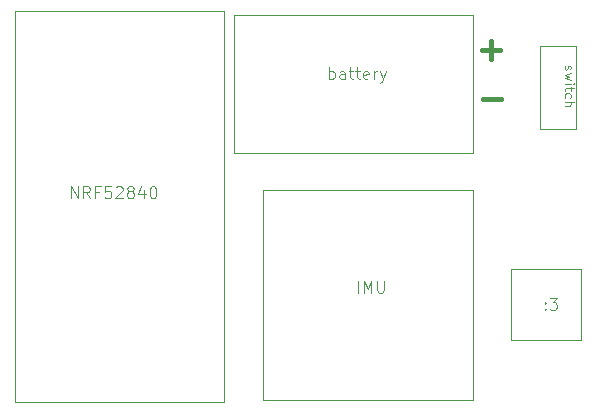
<source format=gbr>
%TF.GenerationSoftware,KiCad,Pcbnew,9.0.3*%
%TF.CreationDate,2025-08-13T01:08:13-07:00*%
%TF.ProjectId,TGslimeblahbal,5447736c-696d-4656-926c-616862616c2e,rev?*%
%TF.SameCoordinates,Original*%
%TF.FileFunction,Legend,Top*%
%TF.FilePolarity,Positive*%
%FSLAX46Y46*%
G04 Gerber Fmt 4.6, Leading zero omitted, Abs format (unit mm)*
G04 Created by KiCad (PCBNEW 9.0.3) date 2025-08-13 01:08:13*
%MOMM*%
%LPD*%
G01*
G04 APERTURE LIST*
%ADD10C,0.400000*%
%ADD11C,0.100000*%
G04 APERTURE END LIST*
D10*
X160589347Y-64522533D02*
X162113157Y-64522533D01*
X160489347Y-60372533D02*
X162013157Y-60372533D01*
X161251252Y-61134438D02*
X161251252Y-59610628D01*
D11*
X139500000Y-57400000D02*
X159750000Y-57400000D01*
X159750000Y-69100000D01*
X139500000Y-69100000D01*
X139500000Y-57400000D01*
X120950000Y-57050000D02*
X138650000Y-57050000D01*
X138650000Y-90150000D01*
X120950000Y-90150000D01*
X120950000Y-57050000D01*
X141975000Y-72200000D02*
X159725000Y-72200000D01*
X159725000Y-90003000D01*
X141975000Y-90003000D01*
X141975000Y-72200000D01*
X162950000Y-78900000D02*
X168900000Y-78900000D01*
X168900000Y-84900000D01*
X162950000Y-84900000D01*
X162950000Y-78900000D01*
X165450000Y-60050000D02*
X168450000Y-60050000D01*
X168450000Y-67050000D01*
X165450000Y-67050000D01*
X165450000Y-60050000D01*
X150003884Y-80922419D02*
X150003884Y-79922419D01*
X150480074Y-80922419D02*
X150480074Y-79922419D01*
X150480074Y-79922419D02*
X150813407Y-80636704D01*
X150813407Y-80636704D02*
X151146740Y-79922419D01*
X151146740Y-79922419D02*
X151146740Y-80922419D01*
X151622931Y-79922419D02*
X151622931Y-80731942D01*
X151622931Y-80731942D02*
X151670550Y-80827180D01*
X151670550Y-80827180D02*
X151718169Y-80874800D01*
X151718169Y-80874800D02*
X151813407Y-80922419D01*
X151813407Y-80922419D02*
X152003883Y-80922419D01*
X152003883Y-80922419D02*
X152099121Y-80874800D01*
X152099121Y-80874800D02*
X152146740Y-80827180D01*
X152146740Y-80827180D02*
X152194359Y-80731942D01*
X152194359Y-80731942D02*
X152194359Y-79922419D01*
X125703884Y-72922419D02*
X125703884Y-71922419D01*
X125703884Y-71922419D02*
X126275312Y-72922419D01*
X126275312Y-72922419D02*
X126275312Y-71922419D01*
X127322931Y-72922419D02*
X126989598Y-72446228D01*
X126751503Y-72922419D02*
X126751503Y-71922419D01*
X126751503Y-71922419D02*
X127132455Y-71922419D01*
X127132455Y-71922419D02*
X127227693Y-71970038D01*
X127227693Y-71970038D02*
X127275312Y-72017657D01*
X127275312Y-72017657D02*
X127322931Y-72112895D01*
X127322931Y-72112895D02*
X127322931Y-72255752D01*
X127322931Y-72255752D02*
X127275312Y-72350990D01*
X127275312Y-72350990D02*
X127227693Y-72398609D01*
X127227693Y-72398609D02*
X127132455Y-72446228D01*
X127132455Y-72446228D02*
X126751503Y-72446228D01*
X128084836Y-72398609D02*
X127751503Y-72398609D01*
X127751503Y-72922419D02*
X127751503Y-71922419D01*
X127751503Y-71922419D02*
X128227693Y-71922419D01*
X129084836Y-71922419D02*
X128608646Y-71922419D01*
X128608646Y-71922419D02*
X128561027Y-72398609D01*
X128561027Y-72398609D02*
X128608646Y-72350990D01*
X128608646Y-72350990D02*
X128703884Y-72303371D01*
X128703884Y-72303371D02*
X128941979Y-72303371D01*
X128941979Y-72303371D02*
X129037217Y-72350990D01*
X129037217Y-72350990D02*
X129084836Y-72398609D01*
X129084836Y-72398609D02*
X129132455Y-72493847D01*
X129132455Y-72493847D02*
X129132455Y-72731942D01*
X129132455Y-72731942D02*
X129084836Y-72827180D01*
X129084836Y-72827180D02*
X129037217Y-72874800D01*
X129037217Y-72874800D02*
X128941979Y-72922419D01*
X128941979Y-72922419D02*
X128703884Y-72922419D01*
X128703884Y-72922419D02*
X128608646Y-72874800D01*
X128608646Y-72874800D02*
X128561027Y-72827180D01*
X129513408Y-72017657D02*
X129561027Y-71970038D01*
X129561027Y-71970038D02*
X129656265Y-71922419D01*
X129656265Y-71922419D02*
X129894360Y-71922419D01*
X129894360Y-71922419D02*
X129989598Y-71970038D01*
X129989598Y-71970038D02*
X130037217Y-72017657D01*
X130037217Y-72017657D02*
X130084836Y-72112895D01*
X130084836Y-72112895D02*
X130084836Y-72208133D01*
X130084836Y-72208133D02*
X130037217Y-72350990D01*
X130037217Y-72350990D02*
X129465789Y-72922419D01*
X129465789Y-72922419D02*
X130084836Y-72922419D01*
X130656265Y-72350990D02*
X130561027Y-72303371D01*
X130561027Y-72303371D02*
X130513408Y-72255752D01*
X130513408Y-72255752D02*
X130465789Y-72160514D01*
X130465789Y-72160514D02*
X130465789Y-72112895D01*
X130465789Y-72112895D02*
X130513408Y-72017657D01*
X130513408Y-72017657D02*
X130561027Y-71970038D01*
X130561027Y-71970038D02*
X130656265Y-71922419D01*
X130656265Y-71922419D02*
X130846741Y-71922419D01*
X130846741Y-71922419D02*
X130941979Y-71970038D01*
X130941979Y-71970038D02*
X130989598Y-72017657D01*
X130989598Y-72017657D02*
X131037217Y-72112895D01*
X131037217Y-72112895D02*
X131037217Y-72160514D01*
X131037217Y-72160514D02*
X130989598Y-72255752D01*
X130989598Y-72255752D02*
X130941979Y-72303371D01*
X130941979Y-72303371D02*
X130846741Y-72350990D01*
X130846741Y-72350990D02*
X130656265Y-72350990D01*
X130656265Y-72350990D02*
X130561027Y-72398609D01*
X130561027Y-72398609D02*
X130513408Y-72446228D01*
X130513408Y-72446228D02*
X130465789Y-72541466D01*
X130465789Y-72541466D02*
X130465789Y-72731942D01*
X130465789Y-72731942D02*
X130513408Y-72827180D01*
X130513408Y-72827180D02*
X130561027Y-72874800D01*
X130561027Y-72874800D02*
X130656265Y-72922419D01*
X130656265Y-72922419D02*
X130846741Y-72922419D01*
X130846741Y-72922419D02*
X130941979Y-72874800D01*
X130941979Y-72874800D02*
X130989598Y-72827180D01*
X130989598Y-72827180D02*
X131037217Y-72731942D01*
X131037217Y-72731942D02*
X131037217Y-72541466D01*
X131037217Y-72541466D02*
X130989598Y-72446228D01*
X130989598Y-72446228D02*
X130941979Y-72398609D01*
X130941979Y-72398609D02*
X130846741Y-72350990D01*
X131894360Y-72255752D02*
X131894360Y-72922419D01*
X131656265Y-71874800D02*
X131418170Y-72589085D01*
X131418170Y-72589085D02*
X132037217Y-72589085D01*
X132608646Y-71922419D02*
X132703884Y-71922419D01*
X132703884Y-71922419D02*
X132799122Y-71970038D01*
X132799122Y-71970038D02*
X132846741Y-72017657D01*
X132846741Y-72017657D02*
X132894360Y-72112895D01*
X132894360Y-72112895D02*
X132941979Y-72303371D01*
X132941979Y-72303371D02*
X132941979Y-72541466D01*
X132941979Y-72541466D02*
X132894360Y-72731942D01*
X132894360Y-72731942D02*
X132846741Y-72827180D01*
X132846741Y-72827180D02*
X132799122Y-72874800D01*
X132799122Y-72874800D02*
X132703884Y-72922419D01*
X132703884Y-72922419D02*
X132608646Y-72922419D01*
X132608646Y-72922419D02*
X132513408Y-72874800D01*
X132513408Y-72874800D02*
X132465789Y-72827180D01*
X132465789Y-72827180D02*
X132418170Y-72731942D01*
X132418170Y-72731942D02*
X132370551Y-72541466D01*
X132370551Y-72541466D02*
X132370551Y-72303371D01*
X132370551Y-72303371D02*
X132418170Y-72112895D01*
X132418170Y-72112895D02*
X132465789Y-72017657D01*
X132465789Y-72017657D02*
X132513408Y-71970038D01*
X132513408Y-71970038D02*
X132608646Y-71922419D01*
X167541200Y-61718169D02*
X167503104Y-61794360D01*
X167503104Y-61794360D02*
X167503104Y-61946741D01*
X167503104Y-61946741D02*
X167541200Y-62022931D01*
X167541200Y-62022931D02*
X167617390Y-62061027D01*
X167617390Y-62061027D02*
X167655485Y-62061027D01*
X167655485Y-62061027D02*
X167731676Y-62022931D01*
X167731676Y-62022931D02*
X167769771Y-61946741D01*
X167769771Y-61946741D02*
X167769771Y-61832455D01*
X167769771Y-61832455D02*
X167807866Y-61756265D01*
X167807866Y-61756265D02*
X167884057Y-61718169D01*
X167884057Y-61718169D02*
X167922152Y-61718169D01*
X167922152Y-61718169D02*
X167998342Y-61756265D01*
X167998342Y-61756265D02*
X168036438Y-61832455D01*
X168036438Y-61832455D02*
X168036438Y-61946741D01*
X168036438Y-61946741D02*
X167998342Y-62022931D01*
X168036438Y-62327693D02*
X167503104Y-62480074D01*
X167503104Y-62480074D02*
X167884057Y-62632455D01*
X167884057Y-62632455D02*
X167503104Y-62784836D01*
X167503104Y-62784836D02*
X168036438Y-62937217D01*
X167503104Y-63241979D02*
X168036438Y-63241979D01*
X168303104Y-63241979D02*
X168265009Y-63203883D01*
X168265009Y-63203883D02*
X168226914Y-63241979D01*
X168226914Y-63241979D02*
X168265009Y-63280074D01*
X168265009Y-63280074D02*
X168303104Y-63241979D01*
X168303104Y-63241979D02*
X168226914Y-63241979D01*
X168036438Y-63508645D02*
X168036438Y-63813407D01*
X168303104Y-63622931D02*
X167617390Y-63622931D01*
X167617390Y-63622931D02*
X167541200Y-63661026D01*
X167541200Y-63661026D02*
X167503104Y-63737216D01*
X167503104Y-63737216D02*
X167503104Y-63813407D01*
X167541200Y-64422931D02*
X167503104Y-64346740D01*
X167503104Y-64346740D02*
X167503104Y-64194359D01*
X167503104Y-64194359D02*
X167541200Y-64118169D01*
X167541200Y-64118169D02*
X167579295Y-64080074D01*
X167579295Y-64080074D02*
X167655485Y-64041978D01*
X167655485Y-64041978D02*
X167884057Y-64041978D01*
X167884057Y-64041978D02*
X167960247Y-64080074D01*
X167960247Y-64080074D02*
X167998342Y-64118169D01*
X167998342Y-64118169D02*
X168036438Y-64194359D01*
X168036438Y-64194359D02*
X168036438Y-64346740D01*
X168036438Y-64346740D02*
X167998342Y-64422931D01*
X167503104Y-64765788D02*
X168303104Y-64765788D01*
X167503104Y-65108645D02*
X167922152Y-65108645D01*
X167922152Y-65108645D02*
X167998342Y-65070550D01*
X167998342Y-65070550D02*
X168036438Y-64994359D01*
X168036438Y-64994359D02*
X168036438Y-64880073D01*
X168036438Y-64880073D02*
X167998342Y-64803883D01*
X167998342Y-64803883D02*
X167960247Y-64765788D01*
X165853884Y-82277180D02*
X165901503Y-82324800D01*
X165901503Y-82324800D02*
X165853884Y-82372419D01*
X165853884Y-82372419D02*
X165806265Y-82324800D01*
X165806265Y-82324800D02*
X165853884Y-82277180D01*
X165853884Y-82277180D02*
X165853884Y-82372419D01*
X165853884Y-81753371D02*
X165901503Y-81800990D01*
X165901503Y-81800990D02*
X165853884Y-81848609D01*
X165853884Y-81848609D02*
X165806265Y-81800990D01*
X165806265Y-81800990D02*
X165853884Y-81753371D01*
X165853884Y-81753371D02*
X165853884Y-81848609D01*
X166234836Y-81372419D02*
X166853883Y-81372419D01*
X166853883Y-81372419D02*
X166520550Y-81753371D01*
X166520550Y-81753371D02*
X166663407Y-81753371D01*
X166663407Y-81753371D02*
X166758645Y-81800990D01*
X166758645Y-81800990D02*
X166806264Y-81848609D01*
X166806264Y-81848609D02*
X166853883Y-81943847D01*
X166853883Y-81943847D02*
X166853883Y-82181942D01*
X166853883Y-82181942D02*
X166806264Y-82277180D01*
X166806264Y-82277180D02*
X166758645Y-82324800D01*
X166758645Y-82324800D02*
X166663407Y-82372419D01*
X166663407Y-82372419D02*
X166377693Y-82372419D01*
X166377693Y-82372419D02*
X166282455Y-82324800D01*
X166282455Y-82324800D02*
X166234836Y-82277180D01*
X147553884Y-62822419D02*
X147553884Y-61822419D01*
X147553884Y-62203371D02*
X147649122Y-62155752D01*
X147649122Y-62155752D02*
X147839598Y-62155752D01*
X147839598Y-62155752D02*
X147934836Y-62203371D01*
X147934836Y-62203371D02*
X147982455Y-62250990D01*
X147982455Y-62250990D02*
X148030074Y-62346228D01*
X148030074Y-62346228D02*
X148030074Y-62631942D01*
X148030074Y-62631942D02*
X147982455Y-62727180D01*
X147982455Y-62727180D02*
X147934836Y-62774800D01*
X147934836Y-62774800D02*
X147839598Y-62822419D01*
X147839598Y-62822419D02*
X147649122Y-62822419D01*
X147649122Y-62822419D02*
X147553884Y-62774800D01*
X148887217Y-62822419D02*
X148887217Y-62298609D01*
X148887217Y-62298609D02*
X148839598Y-62203371D01*
X148839598Y-62203371D02*
X148744360Y-62155752D01*
X148744360Y-62155752D02*
X148553884Y-62155752D01*
X148553884Y-62155752D02*
X148458646Y-62203371D01*
X148887217Y-62774800D02*
X148791979Y-62822419D01*
X148791979Y-62822419D02*
X148553884Y-62822419D01*
X148553884Y-62822419D02*
X148458646Y-62774800D01*
X148458646Y-62774800D02*
X148411027Y-62679561D01*
X148411027Y-62679561D02*
X148411027Y-62584323D01*
X148411027Y-62584323D02*
X148458646Y-62489085D01*
X148458646Y-62489085D02*
X148553884Y-62441466D01*
X148553884Y-62441466D02*
X148791979Y-62441466D01*
X148791979Y-62441466D02*
X148887217Y-62393847D01*
X149220551Y-62155752D02*
X149601503Y-62155752D01*
X149363408Y-61822419D02*
X149363408Y-62679561D01*
X149363408Y-62679561D02*
X149411027Y-62774800D01*
X149411027Y-62774800D02*
X149506265Y-62822419D01*
X149506265Y-62822419D02*
X149601503Y-62822419D01*
X149791980Y-62155752D02*
X150172932Y-62155752D01*
X149934837Y-61822419D02*
X149934837Y-62679561D01*
X149934837Y-62679561D02*
X149982456Y-62774800D01*
X149982456Y-62774800D02*
X150077694Y-62822419D01*
X150077694Y-62822419D02*
X150172932Y-62822419D01*
X150887218Y-62774800D02*
X150791980Y-62822419D01*
X150791980Y-62822419D02*
X150601504Y-62822419D01*
X150601504Y-62822419D02*
X150506266Y-62774800D01*
X150506266Y-62774800D02*
X150458647Y-62679561D01*
X150458647Y-62679561D02*
X150458647Y-62298609D01*
X150458647Y-62298609D02*
X150506266Y-62203371D01*
X150506266Y-62203371D02*
X150601504Y-62155752D01*
X150601504Y-62155752D02*
X150791980Y-62155752D01*
X150791980Y-62155752D02*
X150887218Y-62203371D01*
X150887218Y-62203371D02*
X150934837Y-62298609D01*
X150934837Y-62298609D02*
X150934837Y-62393847D01*
X150934837Y-62393847D02*
X150458647Y-62489085D01*
X151363409Y-62822419D02*
X151363409Y-62155752D01*
X151363409Y-62346228D02*
X151411028Y-62250990D01*
X151411028Y-62250990D02*
X151458647Y-62203371D01*
X151458647Y-62203371D02*
X151553885Y-62155752D01*
X151553885Y-62155752D02*
X151649123Y-62155752D01*
X151887219Y-62155752D02*
X152125314Y-62822419D01*
X152363409Y-62155752D02*
X152125314Y-62822419D01*
X152125314Y-62822419D02*
X152030076Y-63060514D01*
X152030076Y-63060514D02*
X151982457Y-63108133D01*
X151982457Y-63108133D02*
X151887219Y-63155752D01*
M02*

</source>
